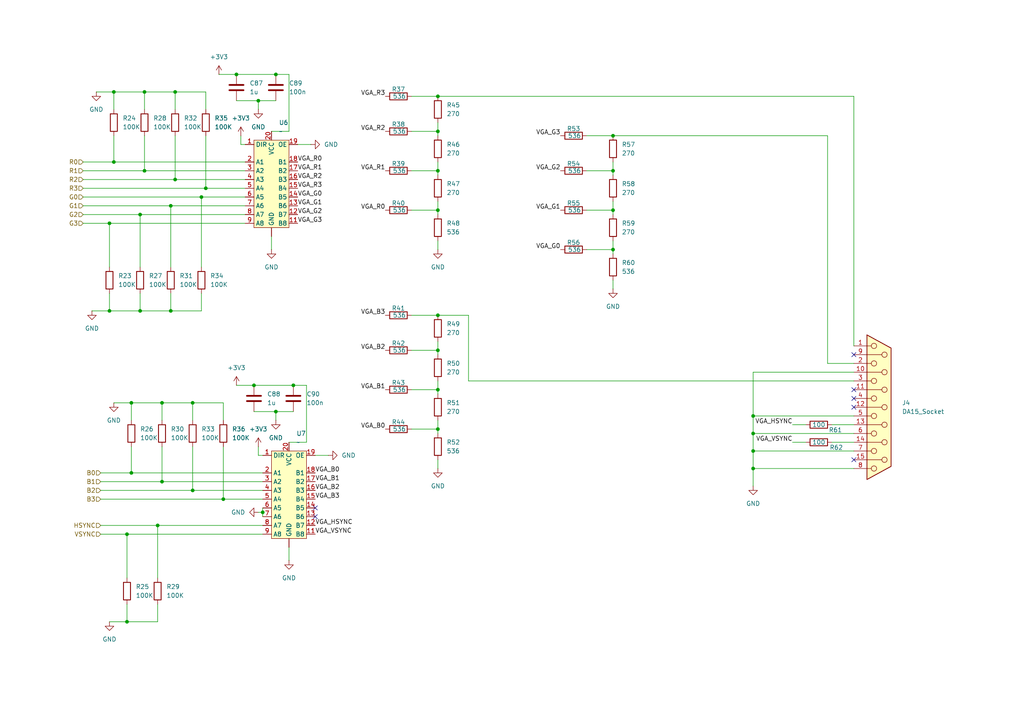
<source format=kicad_sch>
(kicad_sch (version 20250114) (generator "eeschema") (generator_version "9.0")
  (paper "A4")
  (lib_symbols
    (symbol "Connector:DA15_Socket" (pin_names (offset 1.016) (hide yes))
      (property "Reference" "J" (at 0.508 21.59 0))
      (property "Value" "DA15_Socket" (at 0 -22.225 0))
      (symbol "DA15_Socket_0_1"
        (polyline (pts (xy -3.81 20.955) (xy 3.175 17.145) (xy 3.175 -17.145) (xy -3.81 -20.955) (xy -3.81 20.955)) (stroke (width 0.254)) (fill (type background)))
        (polyline (pts (xy -3.81 17.78) (xy -2.54 17.78)))
        (polyline (pts (xy -3.81 15.24) (xy 0.508 15.24)))
        (polyline (pts (xy -3.81 12.7) (xy -2.54 12.7)))
        (polyline (pts (xy -3.81 10.16) (xy 0.508 10.16)))
        (polyline (pts (xy -3.81 7.62) (xy -2.54 7.62)))
        (polyline (pts (xy -3.81 5.08) (xy 0.508 5.08)))
        (polyline (pts (xy -3.81 2.54) (xy -2.54 2.54)))
        (polyline (pts (xy -3.81 0) (xy 0.508 0)))
        (polyline (pts (xy -3.81 -2.54) (xy -2.54 -2.54)))
        (polyline (pts (xy -3.81 -5.08) (xy 0.508 -5.08)))
        (polyline (pts (xy -3.81 -7.62) (xy -2.54 -7.62)))
        (polyline (pts (xy -3.81 -10.16) (xy 0.508 -10.16)))
        (polyline (pts (xy -3.81 -12.7) (xy -2.54 -12.7)))
        (polyline (pts (xy -3.81 -15.24) (xy 0.508 -15.24)))
        (polyline (pts (xy -3.81 -17.78) (xy -2.54 -17.78)))
        (circle (center -1.778 17.78) (radius 0.762))
        (circle (center -1.778 12.7) (radius 0.762))
        (circle (center -1.778 7.62) (radius 0.762))
        (circle (center -1.778 2.54) (radius 0.762))
        (circle (center -1.778 -2.54) (radius 0.762))
        (circle (center -1.778 -7.62) (radius 0.762))
        (circle (center -1.778 -12.7) (radius 0.762))
        (circle (center -1.778 -17.78) (radius 0.762))
        (circle (center 1.27 15.24) (radius 0.762))
        (circle (center 1.27 10.16) (radius 0.762))
        (circle (center 1.27 5.08) (radius 0.762))
        (circle (center 1.27 0) (radius 0.762))
        (circle (center 1.27 -5.08) (radius 0.762))
        (circle (center 1.27 -10.16) (radius 0.762))
        (circle (center 1.27 -15.24) (radius 0.762))
      )
      (symbol "DA15_Socket_1_1"
        (pin passive line (at -7.62 17.78 0) (length 3.81) (name "1") (number "1"))
        (pin passive line (at -7.62 15.24 0) (length 3.81) (name "P9") (number "9"))
        (pin passive line (at -7.62 12.7 0) (length 3.81) (name "2") (number "2"))
        (pin passive line (at -7.62 10.16 0) (length 3.81) (name "P10") (number "10"))
        (pin passive line (at -7.62 7.62 0) (length 3.81) (name "3") (number "3"))
        (pin passive line (at -7.62 5.08 0) (length 3.81) (name "P111") (number "11"))
        (pin passive line (at -7.62 2.54 0) (length 3.81) (name "4") (number "4"))
        (pin passive line (at -7.62 0 0) (length 3.81) (name "P12") (number "12"))
        (pin passive line (at -7.62 -2.54 0) (length 3.81) (name "5") (number "5"))
        (pin passive line (at -7.62 -5.08 0) (length 3.81) (name "P13") (number "13"))
        (pin passive line (at -7.62 -7.62 0) (length 3.81) (name "6") (number "6"))
        (pin passive line (at -7.62 -10.16 0) (length 3.81) (name "P14") (number "14"))
        (pin passive line (at -7.62 -12.7 0) (length 3.81) (name "7") (number "7"))
        (pin passive line (at -7.62 -15.24 0) (length 3.81) (name "P15") (number "15"))
        (pin passive line (at -7.62 -17.78 0) (length 3.81) (name "8") (number "8"))
      )
    )
    (symbol "Device:C" (pin_numbers (hide yes)) (pin_names (offset 0.254))
      (property "Reference" "C" (at 0.635 2.54 0))
      (property "Value" "C" (at 0.635 -2.54 0))
      (symbol "C_0_1"
        (polyline (pts (xy -2.032 0.762) (xy 2.032 0.762)) (stroke (width 0.508)))
        (polyline (pts (xy -2.032 -0.762) (xy 2.032 -0.762)) (stroke (width 0.508)))
      )
      (symbol "C_1_1"
        (pin passive line (at 0 3.81 270) (length 2.794) (name "~") (number "1"))
        (pin passive line (at 0 -3.81 90) (length 2.794) (name "~") (number "2"))
      )
    )
    (symbol "Device:R" (pin_numbers (hide yes)) (pin_names (offset 0))
      (property "Reference" "R" (at 2.032 0 90))
      (property "Value" "R" (at 0 0 90))
      (symbol "R_0_1"
        (rectangle (start -1.016 -2.54) (end 1.016 2.54) (stroke (width 0.254)))
      )
      (symbol "R_1_1"
        (pin passive line (at 0 3.81 270) (length 1.27) (name "~") (number "1"))
        (pin passive line (at 0 -3.81 90) (length 1.27) (name "~") (number "2"))
      )
    )
    (symbol "XC7A100T-2FTG256I:SN74ALVC245PWR"
      (property "Reference" "U" (at 1.016 0.762 0))
      (symbol "SN74ALVC245PWR_1_1"
        (rectangle (start 0 -2.54) (end 10.16 -27.94) (fill (type background)))
        (pin input line (at -2.54 -3.81 0) (length 2.54) (name "DIR") (number "1"))
        (pin input line (at -2.54 -8.89 0) (length 2.54) (name "A1") (number "2"))
        (pin input line (at -2.54 -11.43 0) (length 2.54) (name "A2") (number "3"))
        (pin input line (at -2.54 -13.97 0) (length 2.54) (name "A3") (number "4"))
        (pin input line (at -2.54 -16.51 0) (length 2.54) (name "A4") (number "5"))
        (pin input line (at -2.54 -19.05 0) (length 2.54) (name "A5") (number "6"))
        (pin input line (at -2.54 -21.59 0) (length 2.54) (name "A6") (number "7"))
        (pin input line (at -2.54 -24.13 0) (length 2.54) (name "A7") (number "8"))
        (pin input line (at -2.54 -26.67 0) (length 2.54) (name "A8") (number "9"))
        (pin input line (at 5.08 0 270) (length 2.54) (name "VCC") (number "20"))
        (pin input line (at 5.08 -30.48 90) (length 2.54) (name "GND") (number ""))
        (pin input line (at 12.7 -3.81 180) (length 2.54) (name "OE") (number "19"))
        (pin input line (at 12.7 -8.89 180) (length 2.54) (name "B1") (number "18"))
        (pin input line (at 12.7 -11.43 180) (length 2.54) (name "B2") (number "17"))
        (pin input line (at 12.7 -13.97 180) (length 2.54) (name "B3") (number "16"))
        (pin input line (at 12.7 -16.51 180) (length 2.54) (name "B4") (number "15"))
        (pin input line (at 12.7 -19.05 180) (length 2.54) (name "B5") (number "14"))
        (pin input line (at 12.7 -21.59 180) (length 2.54) (name "B6") (number "13"))
        (pin input line (at 12.7 -24.13 180) (length 2.54) (name "B7") (number "12"))
        (pin input line (at 12.7 -26.67 180) (length 2.54) (name "B8") (number "11"))
      )
    )
    (symbol "power:+3V3" (power) (pin_numbers (hide yes)) (pin_names (offset 0) (hide yes))
      (property "Value" "+3V3" (at 0 3.556 0))
      (symbol "+3V3_0_1"
        (polyline (pts (xy -0.762 1.27) (xy 0 2.54)))
        (polyline (pts (xy 0 2.54) (xy 0.762 1.27)))
        (polyline (pts (xy 0 0) (xy 0 2.54)))
      )
      (symbol "+3V3_1_1"
        (pin power_in line (at 0 0 90) (length 0) (name "~") (number "1"))
      )
    )
    (symbol "power:GND" (power) (pin_numbers (hide yes)) (pin_names (offset 0) (hide yes))
      (property "Value" "GND" (at 0 -3.81 0))
      (symbol "GND_0_1"
        (polyline (pts (xy 0 0) (xy 0 -1.27) (xy 1.27 -1.27) (xy 0 -2.54) (xy -1.27 -1.27) (xy 0 -1.27)))
      )
      (symbol "GND_1_1"
        (pin power_in line (at 0 0 270) (length 0) (name "~") (number "1"))
      )
    )
  )
  (junction (at 127 49.53))
  (junction (at 41.91 49.53))
  (junction (at 38.1 137.16))
  (junction (at 127 113.03))
  (junction (at 68.58 21.59))
  (junction (at 33.02 26.67))
  (junction (at 59.69 54.61))
  (junction (at 38.1 116.84))
  (junction (at 85.09 111.76))
  (junction (at 127 124.46))
  (junction (at 74.93 29.21))
  (junction (at 41.91 26.67))
  (junction (at 45.72 152.4))
  (junction (at 58.42 57.15))
  (junction (at 177.8 60.96))
  (junction (at 36.83 154.94))
  (junction (at 218.44 125.73))
  (junction (at 31.75 64.77))
  (junction (at 127 60.96))
  (junction (at 218.44 120.65))
  (junction (at 177.8 72.39))
  (junction (at 177.8 49.53))
  (junction (at 50.8 52.07))
  (junction (at 80.01 21.59))
  (junction (at 49.53 90.17))
  (junction (at 46.99 139.7))
  (junction (at 127 101.6))
  (junction (at 64.77 144.78))
  (junction (at 80.01 119.38))
  (junction (at 50.8 26.67))
  (junction (at 36.83 180.34))
  (junction (at 31.75 90.17))
  (junction (at 218.44 130.81))
  (junction (at 73.66 111.76))
  (junction (at 177.8 39.37))
  (junction (at 218.44 135.89))
  (junction (at 127 27.94))
  (junction (at 127 38.1))
  (junction (at 76.2 148.59))
  (junction (at 55.88 116.84))
  (junction (at 40.64 90.17))
  (junction (at 33.02 46.99))
  (junction (at 55.88 142.24))
  (junction (at 49.53 59.69))
  (junction (at 40.64 62.23))
  (junction (at 127 91.44))
  (junction (at 46.99 116.84))
  (no_connect (at 247.65 113.03))
  (no_connect (at 247.65 133.35))
  (no_connect (at 247.65 102.87))
  (no_connect (at 91.44 147.32))
  (no_connect (at 247.65 115.57))
  (no_connect (at 91.44 149.86))
  (no_connect (at 247.65 118.11))
  (wire (pts (xy 26.67 90.17) (xy 31.75 90.17)))
  (wire (pts (xy 33.02 116.84) (xy 38.1 116.84)))
  (wire (pts (xy 80.01 119.38) (xy 85.09 119.38)))
  (wire (pts (xy 74.93 29.21) (xy 74.93 31.75)))
  (wire (pts (xy 45.72 180.34) (xy 45.72 175.26)))
  (wire (pts (xy 46.99 129.54) (xy 46.99 139.7)))
  (wire (pts (xy 73.66 119.38) (xy 80.01 119.38)))
  (wire (pts (xy 55.88 129.54) (xy 55.88 142.24)))
  (wire (pts (xy 127 60.96) (xy 127 62.23)))
  (wire (pts (xy 76.2 148.59) (xy 76.2 149.86)))
  (wire (pts (xy 119.38 38.1) (xy 127 38.1)))
  (wire (pts (xy 63.5 21.59) (xy 68.58 21.59)))
  (wire (pts (xy 33.02 26.67) (xy 33.02 31.75)))
  (wire (pts (xy 41.91 26.67) (xy 50.8 26.67)))
  (wire (pts (xy 233.68 128.27) (xy 229.87 128.27)))
  (wire (pts (xy 119.38 124.46) (xy 127 124.46)))
  (wire (pts (xy 177.8 46.99) (xy 177.8 49.53)))
  (wire (pts (xy 135.89 110.49) (xy 135.89 91.44)))
  (wire (pts (xy 45.72 152.4) (xy 76.2 152.4)))
  (wire (pts (xy 36.83 154.94) (xy 36.83 167.64)))
  (wire (pts (xy 127 49.53) (xy 127 50.8)))
  (wire (pts (xy 38.1 129.54) (xy 38.1 137.16)))
  (wire (pts (xy 29.21 137.16) (xy 38.1 137.16)))
  (wire (pts (xy 49.53 59.69) (xy 71.12 59.69)))
  (wire (pts (xy 177.8 81.28) (xy 177.8 83.82)))
  (wire (pts (xy 76.2 148.59) (xy 74.93 148.59)))
  (wire (pts (xy 38.1 116.84) (xy 46.99 116.84)))
  (wire (pts (xy 127 46.99) (xy 127 49.53)))
  (wire (pts (xy 73.66 111.76) (xy 85.09 111.76)))
  (wire (pts (xy 88.9 128.27) (xy 83.82 128.27)))
  (wire (pts (xy 83.82 38.1) (xy 78.74 38.1)))
  (wire (pts (xy 127 99.06) (xy 127 101.6)))
  (wire (pts (xy 91.44 132.08) (xy 95.25 132.08)))
  (wire (pts (xy 241.3 128.27) (xy 247.65 128.27)))
  (wire (pts (xy 58.42 57.15) (xy 71.12 57.15)))
  (wire (pts (xy 49.53 90.17) (xy 49.53 85.09)))
  (wire (pts (xy 170.18 60.96) (xy 177.8 60.96)))
  (wire (pts (xy 68.58 111.76) (xy 73.66 111.76)))
  (wire (pts (xy 31.75 64.77) (xy 71.12 64.77)))
  (wire (pts (xy 247.65 110.49) (xy 135.89 110.49)))
  (wire (pts (xy 127 27.94) (xy 247.65 27.94)))
  (wire (pts (xy 74.93 29.21) (xy 80.01 29.21)))
  (wire (pts (xy 127 113.03) (xy 127 114.3)))
  (wire (pts (xy 218.44 107.95) (xy 218.44 120.65)))
  (wire (pts (xy 127 101.6) (xy 127 102.87)))
  (wire (pts (xy 24.13 52.07) (xy 50.8 52.07)))
  (wire (pts (xy 177.8 69.85) (xy 177.8 72.39)))
  (wire (pts (xy 119.38 91.44) (xy 127 91.44)))
  (wire (pts (xy 78.74 68.58) (xy 78.74 72.39)))
  (wire (pts (xy 46.99 116.84) (xy 46.99 121.92)))
  (wire (pts (xy 74.93 132.08) (xy 76.2 132.08)))
  (wire (pts (xy 41.91 26.67) (xy 41.91 31.75)))
  (wire (pts (xy 119.38 27.94) (xy 127 27.94)))
  (wire (pts (xy 29.21 142.24) (xy 55.88 142.24)))
  (wire (pts (xy 218.44 125.73) (xy 247.65 125.73)))
  (wire (pts (xy 24.13 57.15) (xy 58.42 57.15)))
  (wire (pts (xy 36.83 154.94) (xy 76.2 154.94)))
  (wire (pts (xy 127 58.42) (xy 127 60.96)))
  (wire (pts (xy 33.02 26.67) (xy 41.91 26.67)))
  (wire (pts (xy 33.02 39.37) (xy 33.02 46.99)))
  (wire (pts (xy 58.42 90.17) (xy 58.42 85.09)))
  (wire (pts (xy 127 110.49) (xy 127 113.03)))
  (wire (pts (xy 177.8 60.96) (xy 177.8 62.23)))
  (wire (pts (xy 50.8 26.67) (xy 50.8 31.75)))
  (wire (pts (xy 86.36 41.91) (xy 90.17 41.91)))
  (wire (pts (xy 88.9 111.76) (xy 88.9 128.27)))
  (wire (pts (xy 24.13 62.23) (xy 40.64 62.23)))
  (wire (pts (xy 127 35.56) (xy 127 38.1)))
  (wire (pts (xy 24.13 59.69) (xy 49.53 59.69)))
  (wire (pts (xy 24.13 46.99) (xy 33.02 46.99)))
  (wire (pts (xy 55.88 116.84) (xy 55.88 121.92)))
  (wire (pts (xy 36.83 180.34) (xy 36.83 175.26)))
  (wire (pts (xy 119.38 60.96) (xy 127 60.96)))
  (wire (pts (xy 170.18 39.37) (xy 177.8 39.37)))
  (wire (pts (xy 247.65 27.94) (xy 247.65 100.33)))
  (wire (pts (xy 127 124.46) (xy 127 125.73)))
  (wire (pts (xy 36.83 180.34) (xy 45.72 180.34)))
  (wire (pts (xy 49.53 90.17) (xy 58.42 90.17)))
  (wire (pts (xy 127 121.92) (xy 127 124.46)))
  (wire (pts (xy 45.72 152.4) (xy 45.72 167.64)))
  (wire (pts (xy 247.65 105.41) (xy 240.03 105.41)))
  (wire (pts (xy 38.1 116.84) (xy 38.1 121.92)))
  (wire (pts (xy 33.02 46.99) (xy 71.12 46.99)))
  (wire (pts (xy 40.64 90.17) (xy 49.53 90.17)))
  (wire (pts (xy 31.75 64.77) (xy 31.75 77.47)))
  (wire (pts (xy 29.21 144.78) (xy 64.77 144.78)))
  (wire (pts (xy 240.03 105.41) (xy 240.03 39.37)))
  (wire (pts (xy 64.77 129.54) (xy 64.77 144.78)))
  (wire (pts (xy 46.99 116.84) (xy 55.88 116.84)))
  (wire (pts (xy 85.09 111.76) (xy 88.9 111.76)))
  (wire (pts (xy 83.82 21.59) (xy 83.82 38.1)))
  (wire (pts (xy 119.38 113.03) (xy 127 113.03)))
  (wire (pts (xy 29.21 154.94) (xy 36.83 154.94)))
  (wire (pts (xy 64.77 144.78) (xy 76.2 144.78)))
  (wire (pts (xy 31.75 180.34) (xy 36.83 180.34)))
  (wire (pts (xy 41.91 39.37) (xy 41.91 49.53)))
  (wire (pts (xy 55.88 116.84) (xy 64.77 116.84)))
  (wire (pts (xy 69.85 41.91) (xy 71.12 41.91)))
  (wire (pts (xy 68.58 21.59) (xy 80.01 21.59)))
  (wire (pts (xy 59.69 26.67) (xy 59.69 31.75)))
  (wire (pts (xy 50.8 26.67) (xy 59.69 26.67)))
  (wire (pts (xy 27.94 26.67) (xy 33.02 26.67)))
  (wire (pts (xy 83.82 158.75) (xy 83.82 162.56)))
  (wire (pts (xy 177.8 58.42) (xy 177.8 60.96)))
  (wire (pts (xy 177.8 39.37) (xy 240.03 39.37)))
  (wire (pts (xy 41.91 49.53) (xy 71.12 49.53)))
  (wire (pts (xy 80.01 21.59) (xy 83.82 21.59)))
  (wire (pts (xy 49.53 59.69) (xy 49.53 77.47)))
  (wire (pts (xy 127 133.35) (xy 127 135.89)))
  (wire (pts (xy 177.8 49.53) (xy 177.8 50.8)))
  (wire (pts (xy 247.65 107.95) (xy 218.44 107.95)))
  (wire (pts (xy 58.42 57.15) (xy 58.42 77.47)))
  (wire (pts (xy 40.64 90.17) (xy 40.64 85.09)))
  (wire (pts (xy 50.8 39.37) (xy 50.8 52.07)))
  (wire (pts (xy 46.99 139.7) (xy 76.2 139.7)))
  (wire (pts (xy 38.1 137.16) (xy 76.2 137.16)))
  (wire (pts (xy 24.13 64.77) (xy 31.75 64.77)))
  (wire (pts (xy 218.44 125.73) (xy 218.44 130.81)))
  (wire (pts (xy 177.8 72.39) (xy 177.8 73.66)))
  (wire (pts (xy 170.18 49.53) (xy 177.8 49.53)))
  (wire (pts (xy 64.77 116.84) (xy 64.77 121.92)))
  (wire (pts (xy 218.44 120.65) (xy 247.65 120.65)))
  (wire (pts (xy 59.69 39.37) (xy 59.69 54.61)))
  (wire (pts (xy 31.75 90.17) (xy 40.64 90.17)))
  (wire (pts (xy 40.64 62.23) (xy 71.12 62.23)))
  (wire (pts (xy 29.21 139.7) (xy 46.99 139.7)))
  (wire (pts (xy 80.01 119.38) (xy 80.01 121.92)))
  (wire (pts (xy 31.75 90.17) (xy 31.75 85.09)))
  (wire (pts (xy 127 38.1) (xy 127 39.37)))
  (wire (pts (xy 218.44 130.81) (xy 218.44 135.89)))
  (wire (pts (xy 218.44 135.89) (xy 218.44 140.97)))
  (wire (pts (xy 119.38 101.6) (xy 127 101.6)))
  (wire (pts (xy 55.88 142.24) (xy 76.2 142.24)))
  (wire (pts (xy 59.69 54.61) (xy 71.12 54.61)))
  (wire (pts (xy 50.8 52.07) (xy 71.12 52.07)))
  (wire (pts (xy 24.13 49.53) (xy 41.91 49.53)))
  (wire (pts (xy 170.18 72.39) (xy 177.8 72.39)))
  (wire (pts (xy 119.38 49.53) (xy 127 49.53)))
  (wire (pts (xy 127 69.85) (xy 127 72.39)))
  (wire (pts (xy 218.44 135.89) (xy 247.65 135.89)))
  (wire (pts (xy 135.89 91.44) (xy 127 91.44)))
  (wire (pts (xy 29.21 152.4) (xy 45.72 152.4)))
  (wire (pts (xy 74.93 129.54) (xy 74.93 132.08)))
  (wire (pts (xy 76.2 147.32) (xy 76.2 148.59)))
  (wire (pts (xy 229.87 123.19) (xy 233.68 123.19)))
  (wire (pts (xy 218.44 120.65) (xy 218.44 125.73)))
  (wire (pts (xy 40.64 62.23) (xy 40.64 77.47)))
  (wire (pts (xy 218.44 130.81) (xy 247.65 130.81)))
  (wire (pts (xy 241.3 123.19) (xy 247.65 123.19)))
  (wire (pts (xy 24.13 54.61) (xy 59.69 54.61)))
  (wire (pts (xy 68.58 29.21) (xy 74.93 29.21)))
  (wire (pts (xy 69.85 39.37) (xy 69.85 41.91)))
  (label "VGA_G2" (at 86.36 62.23 0))
  (label "VGA_B1" (at 111.76 113.03 180))
  (label "VGA_B3" (at 111.76 91.44 180))
  (label "VGA_R3" (at 111.76 27.94 180))
  (label "VGA_G3" (at 162.56 39.37 180))
  (label "VGA_VSYNC" (at 229.87 128.27 180))
  (label "VGA_B3" (at 91.44 144.78 0))
  (label "VGA_R2" (at 111.76 38.1 180))
  (label "VGA_G0" (at 162.56 72.39 180))
  (label "VGA_HSYNC" (at 229.87 123.19 180))
  (label "VGA_B0" (at 91.44 137.16 0))
  (label "VGA_HSYNC" (at 91.44 152.4 0))
  (label "VGA_B2" (at 91.44 142.24 0))
  (label "VGA_G1" (at 86.36 59.69 0))
  (label "VGA_VSYNC" (at 91.44 154.94 0))
  (label "VGA_R1" (at 111.76 49.53 180))
  (label "VGA_R1" (at 86.36 49.53 0))
  (label "VGA_R3" (at 86.36 54.61 0))
  (label "VGA_B1" (at 91.44 139.7 0))
  (label "VGA_R2" (at 86.36 52.07 0))
  (label "VGA_B0" (at 111.76 124.46 180))
  (label "VGA_B2" (at 111.76 101.6 180))
  (label "VGA_R0" (at 86.36 46.99 0))
  (label "VGA_G1" (at 162.56 60.96 180))
  (label "VGA_G0" (at 86.36 57.15 0))
  (label "VGA_R0" (at 111.76 60.96 180))
  (label "VGA_G3" (at 86.36 64.77 0))
  (label "VGA_G2" (at 162.56 49.53 180))
  (hierarchical_label "B1" (shape input) (at 29.21 139.7 180))
  (hierarchical_label "VSYNC" (shape input) (at 29.21 154.94 180))
  (hierarchical_label "B3" (shape input) (at 29.21 144.78 180))
  (hierarchical_label "G3" (shape input) (at 24.13 64.77 180))
  (hierarchical_label "G1" (shape input) (at 24.13 59.69 180))
  (hierarchical_label "R0" (shape input) (at 24.13 46.99 180))
  (hierarchical_label "HSYNC" (shape input) (at 29.21 152.4 180))
  (hierarchical_label "G0" (shape input) (at 24.13 57.15 180))
  (hierarchical_label "G2" (shape input) (at 24.13 62.23 180))
  (hierarchical_label "R1" (shape input) (at 24.13 49.53 180))
  (hierarchical_label "B0" (shape input) (at 29.21 137.16 180))
  (hierarchical_label "B2" (shape input) (at 29.21 142.24 180))
  (hierarchical_label "R2" (shape input) (at 24.13 52.07 180))
  (hierarchical_label "R3" (shape input) (at 24.13 54.61 180))
  (symbol (lib_id "Device:R") (at 36.83 171.45 0) (unit 1)
    (property "Reference" "R25" (at 39.37 170.1799 0) (effects (justify left)))
    (property "Value" "100K" (at 39.37 172.7199 0) (effects (justify left)))
    (property "Description" "Resistor" (effects (hide yes)))
  )
  (symbol (lib_id "power:GND") (at 80.01 121.92 0) (unit 1)
    (property "Reference" "#PWR058" (effects (hide yes)))
    (property "Value" "GND" (at 80.01 127 0))
    (property "Description" "Power symbol creates a global label with name \"GND\" , ground" (effects (hide yes)))
  )
  (symbol (lib_id "Device:R") (at 40.64 81.28 0) (unit 1)
    (property "Reference" "R27" (at 43.18 80.0099 0) (effects (justify left)))
    (property "Value" "100K" (at 43.18 82.5499 0) (effects (justify left)))
    (property "Description" "Resistor" (effects (hide yes)))
  )
  (symbol (lib_id "Device:R") (at 127 54.61 0) (unit 1)
    (property "Reference" "R47" (at 129.54 53.3399 0) (effects (justify left)))
    (property "Value" "270" (at 129.54 55.8799 0) (effects (justify left)))
    (property "Description" "Resistor" (effects (hide yes)))
  )
  (symbol (lib_id "power:+3V3") (at 63.5 21.59 0) (unit 1)
    (property "Reference" "#PWR051" (effects (hide yes)))
    (property "Value" "+3V3" (at 63.5 16.51 0))
    (property "Description" "Power symbol creates a global label with name \"+3V3\"" (effects (hide yes)))
  )
  (symbol (lib_id "power:GND") (at 33.02 116.84 0) (unit 1)
    (property "Reference" "#PWR050" (effects (hide yes)))
    (property "Value" "GND" (at 33.02 121.92 0))
    (property "Description" "Power symbol creates a global label with name \"GND\" , ground" (effects (hide yes)))
  )
  (symbol (lib_id "Device:R") (at 127 31.75 0) (unit 1)
    (property "Reference" "R45" (at 129.54 30.4799 0) (effects (justify left)))
    (property "Value" "270" (at 129.54 33.0199 0) (effects (justify left)))
    (property "Description" "Resistor" (effects (hide yes)))
  )
  (symbol (lib_id "Device:R") (at 166.37 60.96 90) (unit 1)
    (property "Reference" "R55" (at 166.37 58.928 90))
    (property "Value" "536" (at 166.624 60.96 90))
    (property "Description" "Resistor" (effects (hide yes)))
  )
  (symbol (lib_id "Device:R") (at 115.57 101.6 90) (unit 1)
    (property "Reference" "R42" (at 115.57 99.568 90))
    (property "Value" "536" (at 115.824 101.6 90))
    (property "Description" "Resistor" (effects (hide yes)))
  )
  (symbol (lib_id "Device:R") (at 50.8 35.56 0) (unit 1)
    (property "Reference" "R32" (at 53.34 34.2899 0) (effects (justify left)))
    (property "Value" "100K" (at 53.34 36.8299 0) (effects (justify left)))
    (property "Description" "Resistor" (effects (hide yes)))
  )
  (symbol (lib_id "Device:R") (at 115.57 38.1 90) (unit 1)
    (property "Reference" "R38" (at 115.57 36.068 90))
    (property "Value" "536" (at 115.824 38.1 90))
    (property "Description" "Resistor" (effects (hide yes)))
  )
  (symbol (lib_id "Device:R") (at 33.02 35.56 0) (unit 1)
    (property "Reference" "R24" (at 35.56 34.2899 0) (effects (justify left)))
    (property "Value" "100K" (at 35.56 36.8299 0) (effects (justify left)))
    (property "Description" "Resistor" (effects (hide yes)))
  )
  (symbol (lib_id "Device:R") (at 41.91 35.56 0) (unit 1)
    (property "Reference" "R28" (at 44.45 34.2899 0) (effects (justify left)))
    (property "Value" "100K" (at 44.45 36.8299 0) (effects (justify left)))
    (property "Description" "Resistor" (effects (hide yes)))
  )
  (symbol (lib_id "Device:R") (at 127 118.11 0) (unit 1)
    (property "Reference" "R51" (at 129.54 116.8399 0) (effects (justify left)))
    (property "Value" "270" (at 129.54 119.3799 0) (effects (justify left)))
    (property "Description" "Resistor" (effects (hide yes)))
  )
  (symbol (lib_id "power:GND") (at 177.8 83.82 0) (unit 1)
    (property "Reference" "#PWR065" (effects (hide yes)))
    (property "Value" "GND" (at 177.8 88.9 0))
    (property "Description" "Power symbol creates a global label with name \"GND\" , ground" (effects (hide yes)))
  )
  (symbol (lib_id "Device:R") (at 115.57 49.53 90) (unit 1)
    (property "Reference" "R39" (at 115.57 47.498 90))
    (property "Value" "536" (at 115.824 49.53 90))
    (property "Description" "Resistor" (effects (hide yes)))
  )
  (symbol (lib_id "Device:R") (at 237.49 123.19 90) (unit 1)
    (property "Reference" "R61" (at 242.316 124.714 90))
    (property "Value" "100" (at 237.49 123.19 90))
    (property "Description" "Resistor" (effects (hide yes)))
  )
  (symbol (lib_id "Device:R") (at 45.72 171.45 0) (unit 1)
    (property "Reference" "R29" (at 48.26 170.1799 0) (effects (justify left)))
    (property "Value" "100K" (at 48.26 172.7199 0) (effects (justify left)))
    (property "Description" "Resistor" (effects (hide yes)))
  )
  (symbol (lib_id "power:GND") (at 95.25 132.08 90) (unit 1)
    (property "Reference" "#PWR061" (effects (hide yes)))
    (property "Value" "GND" (at 99.06 132.0799 90) (effects (justify right)))
    (property "Description" "Power symbol creates a global label with name \"GND\" , ground" (effects (hide yes)))
  )
  (symbol (lib_id "Device:R") (at 127 129.54 0) (unit 1)
    (property "Reference" "R52" (at 129.54 128.2699 0) (effects (justify left)))
    (property "Value" "536" (at 129.54 130.8099 0) (effects (justify left)))
    (property "Description" "Resistor" (effects (hide yes)))
  )
  (symbol (lib_id "Device:R") (at 177.8 54.61 0) (unit 1)
    (property "Reference" "R58" (at 180.34 53.3399 0) (effects (justify left)))
    (property "Value" "270" (at 180.34 55.8799 0) (effects (justify left)))
    (property "Description" "Resistor" (effects (hide yes)))
  )
  (symbol (lib_id "Device:R") (at 115.57 60.96 90) (unit 1)
    (property "Reference" "R40" (at 115.57 58.928 90))
    (property "Value" "536" (at 115.824 60.96 90))
    (property "Description" "Resistor" (effects (hide yes)))
  )
  (symbol (lib_id "Device:R") (at 55.88 125.73 0) (unit 1)
    (property "Reference" "R33" (at 58.42 124.4599 0) (effects (justify left)))
    (property "Value" "100K" (at 58.42 126.9999 0) (effects (justify left)))
    (property "Description" "Resistor" (effects (hide yes)))
  )
  (symbol (lib_id "power:GND") (at 74.93 148.59 270) (unit 1)
    (property "Reference" "#PWR056" (effects (hide yes)))
    (property "Value" "GND" (at 71.12 148.5899 90) (effects (justify right)))
    (property "Description" "Power symbol creates a global label with name \"GND\" , ground" (effects (hide yes)))
  )
  (symbol (lib_id "power:+3V3") (at 68.58 111.76 0) (unit 1)
    (property "Reference" "#PWR052" (effects (hide yes)))
    (property "Value" "+3V3" (at 68.58 106.68 0))
    (property "Description" "Power symbol creates a global label with name \"+3V3\"" (effects (hide yes)))
  )
  (symbol (lib_id "Device:R") (at 115.57 113.03 90) (unit 1)
    (property "Reference" "R43" (at 115.57 110.998 90))
    (property "Value" "536" (at 115.824 113.03 90))
    (property "Description" "Resistor" (effects (hide yes)))
  )
  (symbol (lib_id "Device:R") (at 177.8 43.18 0) (unit 1)
    (property "Reference" "R57" (at 180.34 41.9099 0) (effects (justify left)))
    (property "Value" "270" (at 180.34 44.4499 0) (effects (justify left)))
    (property "Description" "Resistor" (effects (hide yes)))
  )
  (symbol (lib_id "Device:C") (at 85.09 115.57 0) (unit 1)
    (property "Reference" "C90" (at 88.9 114.2999 0) (effects (justify left)))
    (property "Value" "100n" (at 88.9 116.8399 0) (effects (justify left)))
    (property "Description" "Unpolarized capacitor" (effects (hide yes)))
  )
  (symbol (lib_id "power:+3V3") (at 74.93 129.54 0) (unit 1)
    (property "Reference" "#PWR055" (effects (hide yes)))
    (property "Value" "+3V3" (at 74.93 124.46 0))
    (property "Description" "Power symbol creates a global label with name \"+3V3\"" (effects (hide yes)))
  )
  (symbol (lib_id "power:GND") (at 74.93 31.75 0) (unit 1)
    (property "Reference" "#PWR054" (effects (hide yes)))
    (property "Value" "GND" (at 74.93 36.83 0))
    (property "Description" "Power symbol creates a global label with name \"GND\" , ground" (effects (hide yes)))
  )
  (symbol (lib_id "power:GND") (at 218.44 140.97 0) (unit 1)
    (property "Reference" "#PWR066" (effects (hide yes)))
    (property "Value" "GND" (at 218.44 146.05 0))
    (property "Description" "Power symbol creates a global label with name \"GND\" , ground" (effects (hide yes)))
  )
  (symbol (lib_id "Device:R") (at 127 106.68 0) (unit 1)
    (property "Reference" "R50" (at 129.54 105.4099 0) (effects (justify left)))
    (property "Value" "270" (at 129.54 107.9499 0) (effects (justify left)))
    (property "Description" "Resistor" (effects (hide yes)))
  )
  (symbol (lib_id "Device:R") (at 166.37 72.39 90) (unit 1)
    (property "Reference" "R56" (at 166.37 70.358 90))
    (property "Value" "536" (at 166.624 72.39 90))
    (property "Description" "Resistor" (effects (hide yes)))
  )
  (symbol (lib_id "Device:R") (at 166.37 39.37 90) (unit 1)
    (property "Reference" "R53" (at 166.37 37.338 90))
    (property "Value" "536" (at 166.624 39.37 90))
    (property "Description" "Resistor" (effects (hide yes)))
  )
  (symbol (lib_id "power:GND") (at 78.74 72.39 0) (unit 1)
    (property "Reference" "#PWR057" (effects (hide yes)))
    (property "Value" "GND" (at 78.74 77.47 0))
    (property "Description" "Power symbol creates a global label with name \"GND\" , ground" (effects (hide yes)))
  )
  (symbol (lib_id "Device:R") (at 127 66.04 0) (unit 1)
    (property "Reference" "R48" (at 129.54 64.7699 0) (effects (justify left)))
    (property "Value" "536" (at 129.54 67.3099 0) (effects (justify left)))
    (property "Description" "Resistor" (effects (hide yes)))
  )
  (symbol (lib_id "power:GND") (at 127 72.39 0) (unit 1)
    (property "Reference" "#PWR062" (effects (hide yes)))
    (property "Value" "GND" (at 127 77.47 0))
    (property "Description" "Power symbol creates a global label with name \"GND\" , ground" (effects (hide yes)))
  )
  (symbol (lib_id "power:GND") (at 127 135.89 0) (unit 1)
    (property "Reference" "#PWR063" (effects (hide yes)))
    (property "Value" "GND" (at 127 140.97 0))
    (property "Description" "Power symbol creates a global label with name \"GND\" , ground" (effects (hide yes)))
  )
  (symbol (lib_id "power:GND") (at 26.67 90.17 0) (unit 1)
    (property "Reference" "#PWR047" (effects (hide yes)))
    (property "Value" "GND" (at 26.67 95.25 0))
    (property "Description" "Power symbol creates a global label with name \"GND\" , ground" (effects (hide yes)))
  )
  (symbol (lib_id "power:GND") (at 90.17 41.91 90) (unit 1)
    (property "Reference" "#PWR060" (effects (hide yes)))
    (property "Value" "GND" (at 93.98 41.9099 90) (effects (justify right)))
    (property "Description" "Power symbol creates a global label with name \"GND\" , ground" (effects (hide yes)))
  )
  (symbol (lib_id "power:GND") (at 27.94 26.67 0) (unit 1)
    (property "Reference" "#PWR048" (effects (hide yes)))
    (property "Value" "GND" (at 27.94 31.75 0))
    (property "Description" "Power symbol creates a global label with name \"GND\" , ground" (effects (hide yes)))
  )
  (symbol (lib_id "Device:R") (at 49.53 81.28 0) (unit 1)
    (property "Reference" "R31" (at 52.07 80.0099 0) (effects (justify left)))
    (property "Value" "100K" (at 52.07 82.5499 0) (effects (justify left)))
    (property "Description" "Resistor" (effects (hide yes)))
  )
  (symbol (lib_id "Device:R") (at 46.99 125.73 0) (unit 1)
    (property "Reference" "R30" (at 49.53 124.4599 0) (effects (justify left)))
    (property "Value" "100K" (at 49.53 126.9999 0) (effects (justify left)))
    (property "Description" "Resistor" (effects (hide yes)))
  )
  (symbol (lib_id "Device:R") (at 31.75 81.28 0) (unit 1)
    (property "Reference" "R23" (at 34.29 80.0099 0) (effects (justify left)))
    (property "Value" "100K" (at 34.29 82.5499 0) (effects (justify left)))
    (property "Description" "Resistor" (effects (hide yes)))
  )
  (symbol (lib_id "Device:R") (at 59.69 35.56 0) (unit 1)
    (property "Reference" "R35" (at 62.23 34.2899 0) (effects (justify left)))
    (property "Value" "100K" (at 62.23 36.8299 0) (effects (justify left)))
    (property "Description" "Resistor" (effects (hide yes)))
  )
  (symbol (lib_id "Device:R") (at 166.37 49.53 90) (unit 1)
    (property "Reference" "R54" (at 166.37 47.498 90))
    (property "Value" "536" (at 166.624 49.53 90))
    (property "Description" "Resistor" (effects (hide yes)))
  )
  (symbol (lib_id "Device:R") (at 177.8 77.47 0) (unit 1)
    (property "Reference" "R60" (at 180.34 76.1999 0) (effects (justify left)))
    (property "Value" "536" (at 180.34 78.7399 0) (effects (justify left)))
    (property "Description" "Resistor" (effects (hide yes)))
  )
  (symbol (lib_id "Device:R") (at 115.57 91.44 90) (unit 1)
    (property "Reference" "R41" (at 115.57 89.408 90))
    (property "Value" "536" (at 115.824 91.44 90))
    (property "Description" "Resistor" (effects (hide yes)))
  )
  (symbol (lib_id "Device:R") (at 58.42 81.28 0) (unit 1)
    (property "Reference" "R34" (at 60.96 80.0099 0) (effects (justify left)))
    (property "Value" "100K" (at 60.96 82.5499 0) (effects (justify left)))
    (property "Description" "Resistor" (effects (hide yes)))
  )
  (symbol (lib_id "power:GND") (at 31.75 180.34 0) (unit 1)
    (property "Reference" "#PWR049" (effects (hide yes)))
    (property "Value" "GND" (at 31.75 185.42 0))
    (property "Description" "Power symbol creates a global label with name \"GND\" , ground" (effects (hide yes)))
  )
  (symbol (lib_id "Device:R") (at 115.57 124.46 90) (unit 1)
    (property "Reference" "R44" (at 115.57 122.428 90))
    (property "Value" "536" (at 115.824 124.46 90))
    (property "Description" "Resistor" (effects (hide yes)))
  )
  (symbol (lib_id "Device:R") (at 177.8 66.04 0) (unit 1)
    (property "Reference" "R59" (at 180.34 64.7699 0) (effects (justify left)))
    (property "Value" "270" (at 180.34 67.3099 0) (effects (justify left)))
    (property "Description" "Resistor" (effects (hide yes)))
  )
  (symbol (lib_id "Device:C") (at 80.01 25.4 0) (unit 1)
    (property "Reference" "C89" (at 83.82 24.1299 0) (effects (justify left)))
    (property "Value" "100n" (at 83.82 26.6699 0) (effects (justify left)))
    (property "Description" "Unpolarized capacitor" (effects (hide yes)))
  )
  (symbol (lib_id "XC7A100T-2FTG256I:SN74ALVC245PWR") (at 78.74 128.27 0) (unit 1)
    (property "Reference" "U7" (at 85.9633 125.73 0) (effects (justify left)))
    (property "Value" "~" (at 85.9633 128.27 0) (effects (justify left)))
  )
  (symbol (lib_id "Connector:DA15_Socket") (at 255.27 118.11 0) (unit 1)
    (property "Reference" "J4" (at 261.62 116.8399 0) (effects (justify left)))
    (property "Value" "DA15_Socket" (at 261.62 119.3799 0) (effects (justify left)))
    (property "Footprint" "tegnebrett_modules:AMPHENOL_L77HDE15SD1CH4RHNVGA" (effects (hide yes)))
    (property "Description" "15-pin D-SUB connector, socket (female) (low-density/2 columns)" (effects (hide yes)))
  )
  (symbol (lib_id "Device:C") (at 68.58 25.4 0) (unit 1)
    (property "Reference" "C87" (at 72.39 24.1299 0) (effects (justify left)))
    (property "Value" "1u" (at 72.39 26.6699 0) (effects (justify left)))
    (property "Description" "Unpolarized capacitor" (effects (hide yes)))
  )
  (symbol (lib_id "Device:R") (at 64.77 125.73 0) (unit 1)
    (property "Reference" "R36" (at 67.31 124.4599 0) (effects (justify left)))
    (property "Value" "100K" (at 67.31 126.9999 0) (effects (justify left)))
    (property "Description" "Resistor" (effects (hide yes)))
  )
  (symbol (lib_id "Device:R") (at 115.57 27.94 90) (unit 1)
    (property "Reference" "R37" (at 115.57 25.908 90))
    (property "Value" "536" (at 115.824 27.94 90))
    (property "Description" "Resistor" (effects (hide yes)))
  )
  (symbol (lib_id "power:+3V3") (at 69.85 39.37 0) (unit 1)
    (property "Reference" "#PWR053" (effects (hide yes)))
    (property "Value" "+3V3" (at 69.85 34.29 0))
    (property "Description" "Power symbol creates a global label with name \"+3V3\"" (effects (hide yes)))
  )
  (symbol (lib_id "Device:R") (at 127 43.18 0) (unit 1)
    (property "Reference" "R46" (at 129.54 41.9099 0) (effects (justify left)))
    (property "Value" "270" (at 129.54 44.4499 0) (effects (justify left)))
    (property "Description" "Resistor" (effects (hide yes)))
  )
  (symbol (lib_id "XC7A100T-2FTG256I:SN74ALVC245PWR") (at 73.66 38.1 0) (unit 1)
    (property "Reference" "U6" (at 80.8833 35.56 0) (effects (justify left)))
    (property "Value" "~" (at 80.8833 38.1 0) (effects (justify left)))
  )
  (symbol (lib_id "Device:R") (at 38.1 125.73 0) (unit 1)
    (property "Reference" "R26" (at 40.64 124.4599 0) (effects (justify left)))
    (property "Value" "100K" (at 40.64 126.9999 0) (effects (justify left)))
    (property "Description" "Resistor" (effects (hide yes)))
  )
  (symbol (lib_id "Device:R") (at 237.49 128.27 90) (unit 1)
    (property "Reference" "R62" (at 242.57 129.794 90))
    (property "Value" "100" (at 237.49 128.27 90))
    (property "Description" "Resistor" (effects (hide yes)))
  )
  (symbol (lib_id "power:GND") (at 83.82 162.56 0) (unit 1)
    (property "Reference" "#PWR059" (effects (hide yes)))
    (property "Value" "GND" (at 83.82 167.64 0))
    (property "Description" "Power symbol creates a global label with name \"GND\" , ground" (effects (hide yes)))
  )
  (symbol (lib_id "Device:R") (at 127 95.25 0) (unit 1)
    (property "Reference" "R49" (at 129.54 93.9799 0) (effects (justify left)))
    (property "Value" "270" (at 129.54 96.5199 0) (effects (justify left)))
    (property "Description" "Resistor" (effects (hide yes)))
  )
  (symbol (lib_id "Device:C") (at 73.66 115.57 0) (unit 1)
    (property "Reference" "C88" (at 77.47 114.2999 0) (effects (justify left)))
    (property "Value" "1u" (at 77.47 116.8399 0) (effects (justify left)))
    (property "Description" "Unpolarized capacitor" (effects (hide yes)))
  )
)
</source>
